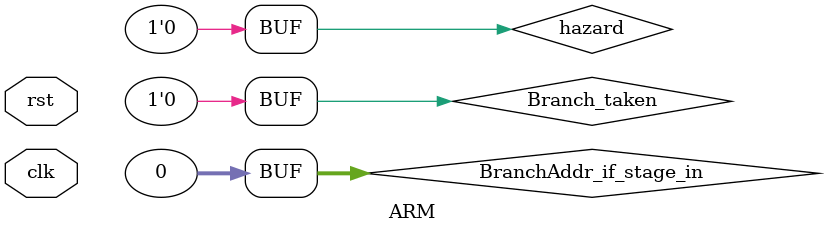
<source format=v>
`include "stage_IF.v"
`include "stage_IF_to_ID_register.v"
module ARM(
    input clk, rst
);
    // IF
    wire hazard, Branch_taken;
    assign hazard = 1'b0, Branch_taken = 1'b0, BranchAddr_if_stage_in = 32'd0; //remove it later
    wire [31:0] BranchAddr_if_stage_in;
    wire [31:0] PC_if_stage_out, Instruction_if_stage_out;
    Stage_IF stage_if(
        .clk(clk),
        .rst(rst),
        .freeze(hazard),
        .Branch_taken(Branch_taken),
        .BranchAddr(BranchAddr_if_stage_in),
        .PC(PC_if_stage_out),
        .Instruction(Instruction_if_stage_out)
    );
    // IF Register
    wire [31:0] PC_if_to_id_register_out, instruction_if_to_id_register_out;
    Stage_IF_to_ID_Register stage_if_to_id_register(
    .clk(clk), 
    .rst(rst),
    .freeze(hazard), 
    .flush(Branch_taken),
    .pc_in(PC_if_stage_out), 
    .instruction_in(Instruction_if_stage_out),
    .pc_out(PC_if_to_id_register_out),
    .instruction_out(instruction_if_to_id_register_out)
);
endmodule
</source>
